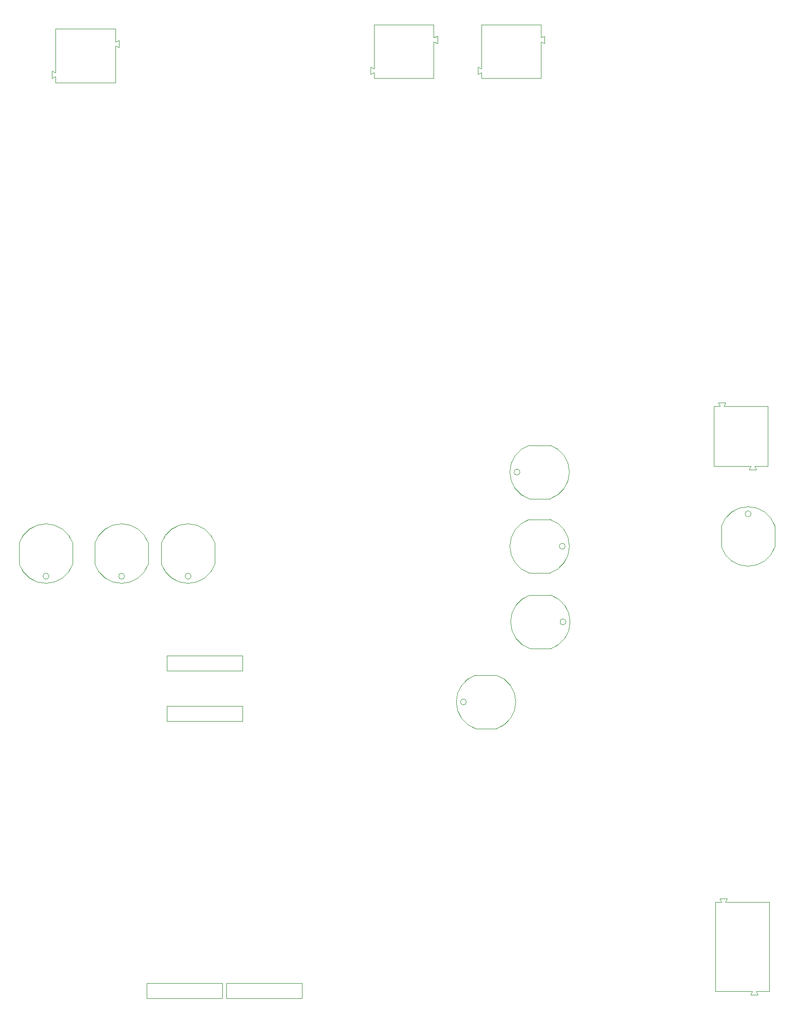
<source format=gbr>
%TF.GenerationSoftware,Altium Limited,Altium Designer,21.6.4 (81)*%
G04 Layer_Color=32896*
%FSLAX43Y43*%
%MOMM*%
%TF.SameCoordinates,76D5CAF9-2094-4FD7-9A7B-915B2AFADFAF*%
%TF.FilePolarity,Positive*%
%TF.FileFunction,Other,Top_Component_Outline*%
%TF.Part,Single*%
G01*
G75*
%TA.AperFunction,NonConductor*%
%ADD126C,0.100*%
D126*
X226150Y81675D02*
G03*
X226150Y72675I1490J-4500D01*
G01*
X229650D02*
G03*
X229650Y81675I-1490J4500D01*
G01*
X232200Y77175D02*
G03*
X232200Y77175I-500J0D01*
G01*
X258300Y89775D02*
G03*
X267300Y89775I4500J1490D01*
G01*
Y93275D02*
G03*
X258300Y93275I-4500J-1490D01*
G01*
X263300Y95325D02*
G03*
X263300Y95325I-500J0D01*
G01*
X229525Y97850D02*
G03*
X229525Y106850I-1490J4500D01*
G01*
X226025D02*
G03*
X226025Y97850I1490J-4500D01*
G01*
X224475Y102350D02*
G03*
X224475Y102350I-500J0D01*
G01*
X226025Y94383D02*
G03*
X226025Y85383I1490J-4500D01*
G01*
X229525D02*
G03*
X229525Y94383I-1490J4500D01*
G01*
X232075Y89883D02*
G03*
X232075Y89883I-500J0D01*
G01*
X145372Y84850D02*
G03*
X145372Y84850I-500J0D01*
G01*
X140372Y86900D02*
G03*
X149372Y86900I4500J1490D01*
G01*
Y90400D02*
G03*
X140372Y90400I-4500J-1490D01*
G01*
X158065Y84850D02*
G03*
X158065Y84850I-500J0D01*
G01*
X153065Y86900D02*
G03*
X162065Y86900I4500J1490D01*
G01*
Y90400D02*
G03*
X153065Y90400I-4500J-1490D01*
G01*
X169250Y84850D02*
G03*
X169250Y84850I-500J0D01*
G01*
X164250Y86900D02*
G03*
X173250Y86900I4500J1490D01*
G01*
Y90400D02*
G03*
X164250Y90400I-4500J-1490D01*
G01*
X220525Y59225D02*
G03*
X220525Y68225I-1490J4500D01*
G01*
X217025D02*
G03*
X217025Y59225I1490J-4500D01*
G01*
X215475Y63725D02*
G03*
X215475Y63725I-500J0D01*
G01*
X263220Y14490D02*
X263470Y15090D01*
X264170D02*
X264420Y14490D01*
X263220D02*
X264420D01*
X257320Y15090D02*
X263470D01*
X264170D02*
X266320D01*
Y30090D01*
X257320Y15090D02*
Y30090D01*
X258970D02*
X266320D01*
X257320D02*
X258270D01*
X258020Y30690D02*
X258270Y30090D01*
X258020Y30690D02*
X259220D01*
X258970Y30090D02*
X259220Y30690D01*
X165186Y68943D02*
X177886D01*
X165186Y71483D02*
X177886D01*
Y68943D02*
Y71483D01*
X165186Y68943D02*
Y71483D01*
Y60503D02*
X177886D01*
X165186Y63043D02*
X177886D01*
Y60503D02*
Y63043D01*
X165186Y60503D02*
Y63043D01*
X258725Y113375D02*
X258975Y113975D01*
X257775D02*
X258975D01*
X257775D02*
X258025Y113375D01*
X262975Y102775D02*
X263225Y103375D01*
X263925D02*
X264175Y102775D01*
X262975D02*
X264175D01*
X257075Y103375D02*
X263225D01*
X263925D02*
X266075D01*
Y113375D01*
X257075Y103375D02*
Y113375D01*
X258025D01*
X258725D02*
X266075D01*
X175141Y16491D02*
X187841D01*
X175141Y13951D02*
X187841D01*
X175141D02*
Y16491D01*
X187841Y13951D02*
Y16491D01*
X226150Y81675D02*
X229650D01*
X226150Y72675D02*
X229650D01*
X258300Y89775D02*
Y93275D01*
X267300Y89775D02*
Y93275D01*
X226025Y97850D02*
X229525D01*
X226025Y106850D02*
X229525D01*
X226025Y94383D02*
X229525D01*
X226025Y85383D02*
X229525D01*
X140372Y86900D02*
Y90400D01*
X149372Y86900D02*
Y90400D01*
X153065Y86900D02*
Y90400D01*
X162065Y86900D02*
Y90400D01*
X164250Y86900D02*
Y90400D01*
X173250Y86900D02*
Y90400D01*
X199400Y170400D02*
X200000Y170150D01*
X199400Y169200D02*
Y170400D01*
Y169200D02*
X200000Y169450D01*
X210000Y174650D02*
X210600Y174400D01*
X210000Y175350D02*
X210600Y175600D01*
Y174400D02*
Y175600D01*
X210000Y168500D02*
Y174650D01*
Y175350D02*
Y177500D01*
X200000D02*
X210000D01*
X200000Y168500D02*
X210000D01*
X200000D02*
Y169450D01*
Y170150D02*
Y177500D01*
X146500Y169450D02*
Y176800D01*
Y167800D02*
Y168750D01*
Y167800D02*
X156500D01*
X146500Y176800D02*
X156500D01*
Y174650D02*
Y176800D01*
Y167800D02*
Y173950D01*
X157100Y173700D02*
Y174900D01*
X156500Y174650D02*
X157100Y174900D01*
X156500Y173950D02*
X157100Y173700D01*
X145900Y168500D02*
X146500Y168750D01*
X145900Y168500D02*
Y169700D01*
X146500Y169450D01*
X174486Y13926D02*
Y16466D01*
X161786Y13926D02*
Y16466D01*
Y13926D02*
X174486D01*
X161786Y16466D02*
X174486D01*
X217025Y59225D02*
X220525D01*
X217025Y68225D02*
X220525D01*
X217400Y170400D02*
X218000Y170150D01*
X217400Y169200D02*
Y170400D01*
Y169200D02*
X218000Y169450D01*
X228000Y174650D02*
X228600Y174400D01*
X228000Y175350D02*
X228600Y175600D01*
Y174400D02*
Y175600D01*
X228000Y168500D02*
Y174650D01*
Y175350D02*
Y177500D01*
X218000D02*
X228000D01*
X218000Y168500D02*
X228000D01*
X218000D02*
Y169450D01*
Y170150D02*
Y177500D01*
%TF.MD5,3121048b211c49bcd479defd57cf15e0*%
M02*

</source>
